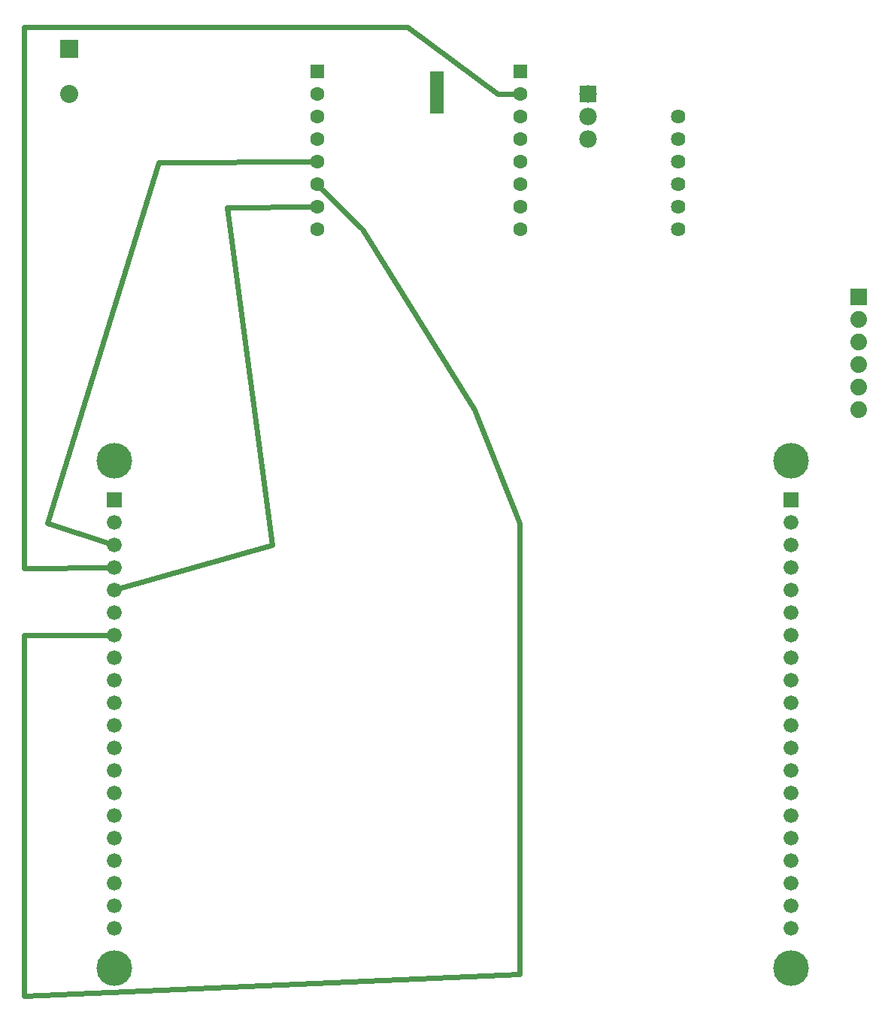
<source format=gbl>
G04 MADE WITH FRITZING*
G04 WWW.FRITZING.ORG*
G04 DOUBLE SIDED*
G04 HOLES PLATED*
G04 CONTOUR ON CENTER OF CONTOUR VECTOR*
%ASAXBY*%
%FSLAX23Y23*%
%MOIN*%
%OFA0B0*%
%SFA1.0B1.0*%
%ADD10C,0.066000*%
%ADD11C,0.158110*%
%ADD12C,0.063018*%
%ADD13C,0.064000*%
%ADD14C,0.080000*%
%ADD15C,0.078000*%
%ADD16C,0.074000*%
%ADD17R,0.066000X0.066000*%
%ADD18R,0.062984X0.062983*%
%ADD19R,0.062511X0.187493*%
%ADD20R,0.079986X0.080000*%
%ADD21R,0.078000X0.078000*%
%ADD22R,0.074000X0.074000*%
%ADD23C,0.024000*%
%LNCOPPER0*%
G90*
G70*
G54D10*
X3782Y2340D03*
X782Y1940D03*
X782Y1140D03*
X3782Y2240D03*
G54D11*
X782Y2615D03*
G54D10*
X3782Y2140D03*
X782Y1540D03*
X3782Y2040D03*
X782Y740D03*
X3782Y1940D03*
X782Y2140D03*
X3782Y1840D03*
X782Y1740D03*
X3782Y1740D03*
X782Y1340D03*
X3782Y1640D03*
X782Y940D03*
X3782Y1540D03*
X782Y540D03*
X3782Y1440D03*
G54D11*
X3782Y2615D03*
G54D10*
X3782Y1340D03*
X782Y2040D03*
X3782Y1240D03*
X782Y1840D03*
X3782Y1140D03*
X782Y1640D03*
X3782Y1040D03*
X782Y1440D03*
X3782Y940D03*
X782Y1240D03*
X3782Y840D03*
X782Y1040D03*
X3782Y740D03*
X782Y840D03*
X3782Y640D03*
X782Y640D03*
X3782Y540D03*
G54D11*
X782Y365D03*
G54D10*
X782Y2440D03*
G54D11*
X3782Y365D03*
G54D10*
X782Y2340D03*
X782Y2240D03*
X3782Y2440D03*
G54D12*
X2582Y4340D03*
X1682Y4340D03*
X2582Y4240D03*
X2582Y4140D03*
X2582Y4040D03*
X2582Y3940D03*
X2582Y3840D03*
X2582Y3740D03*
X2582Y3640D03*
X1682Y4240D03*
X1682Y4140D03*
X1682Y4040D03*
X1682Y3940D03*
X1682Y3840D03*
X1682Y3740D03*
X1682Y3640D03*
G54D13*
X3282Y3640D03*
X3282Y3740D03*
X3282Y3840D03*
X3282Y3940D03*
X3282Y4040D03*
X3282Y4140D03*
G54D14*
X582Y4440D03*
X582Y4240D03*
G54D15*
X2882Y4240D03*
X2882Y4140D03*
X2882Y4040D03*
G54D16*
X4082Y3340D03*
X4082Y3240D03*
X4082Y3140D03*
X4082Y3040D03*
X4082Y2940D03*
X4082Y2840D03*
G54D17*
X782Y2440D03*
X3782Y2440D03*
G54D18*
X2582Y4340D03*
X1682Y4340D03*
G54D19*
X2214Y4249D03*
G54D20*
X582Y4440D03*
G54D21*
X2882Y4240D03*
G54D22*
X4082Y3340D03*
G54D23*
X382Y4537D02*
X2084Y4537D01*
D02*
X2084Y4537D02*
X2484Y4240D01*
D02*
X382Y2138D02*
X382Y4537D01*
D02*
X2484Y4240D02*
X2566Y4240D01*
D02*
X762Y2140D02*
X382Y2138D01*
D02*
X1284Y3737D02*
X1666Y3740D01*
D02*
X801Y2046D02*
X1484Y2241D01*
D02*
X1484Y2241D02*
X1284Y3737D01*
D02*
X382Y241D02*
X2581Y338D01*
D02*
X382Y1138D02*
X382Y241D01*
D02*
X2581Y338D02*
X2581Y2338D01*
D02*
X382Y1841D02*
X382Y1138D01*
D02*
X762Y1840D02*
X382Y1841D01*
D02*
X2581Y2338D02*
X2381Y2840D01*
D02*
X2381Y2840D02*
X1884Y3640D01*
D02*
X1884Y3640D02*
X1693Y3829D01*
D02*
X485Y2338D02*
X981Y3937D01*
D02*
X981Y3937D02*
X1666Y3940D01*
D02*
X763Y2246D02*
X485Y2338D01*
G04 End of Copper0*
M02*
</source>
